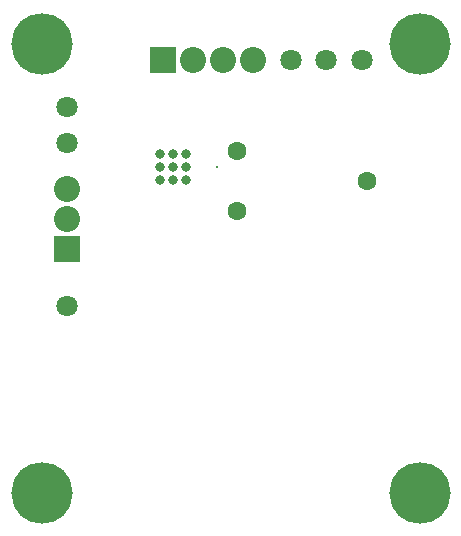
<source format=gbs>
G04 Layer_Color=16711935*
%FSLAX44Y44*%
%MOMM*%
G71*
G01*
G75*
%ADD39C,5.2032*%
%ADD40C,2.2032*%
%ADD41R,2.2032X2.2032*%
%ADD42R,2.2032X2.2032*%
%ADD43C,1.8032*%
%ADD44C,1.6032*%
%ADD45C,0.3000*%
%ADD46C,0.8032*%
D39*
X360000Y40000D02*
D03*
X40000D02*
D03*
X360000Y420000D02*
D03*
X40000D02*
D03*
D40*
X193700Y406000D02*
D03*
X168300D02*
D03*
X219100D02*
D03*
X61000Y271400D02*
D03*
Y296800D02*
D03*
D41*
X142900Y406000D02*
D03*
D42*
X61000Y246000D02*
D03*
D43*
X251000Y406000D02*
D03*
X311000D02*
D03*
X61000Y366000D02*
D03*
X281000Y406000D02*
D03*
X61000Y336000D02*
D03*
Y198000D02*
D03*
D44*
X315250Y303750D02*
D03*
X205250Y328750D02*
D03*
Y278750D02*
D03*
D45*
X188000Y316000D02*
D03*
D46*
X151000D02*
D03*
X162000D02*
D03*
Y305000D02*
D03*
X151000D02*
D03*
X140000D02*
D03*
Y316000D02*
D03*
Y327000D02*
D03*
X151000D02*
D03*
X162000D02*
D03*
M02*

</source>
